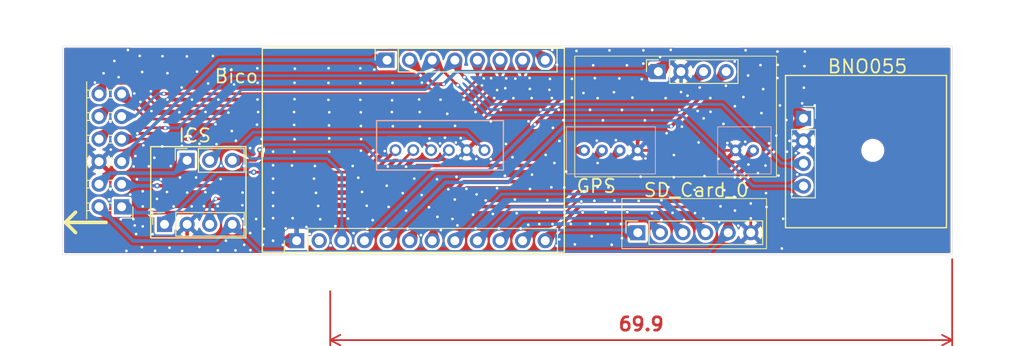
<source format=kicad_pcb>
(kicad_pcb (version 20241229) (generator "pcbnew") (generator_version "9.0")
  (layers (0 "F.Cu" signal) (2 "B.Cu" signal) (13 "F.Paste" user) (15 "B.Paste" user) (5 "F.SilkS" user "F.Silkscreen") (7 "B.SilkS" user "B.Silkscreen") (1 "F.Mask" user) (3 "B.Mask" user) (25 "Edge.Cuts" user))
  (net 0 "")
  (net 1 "/EN_ICS")
  (net 2 "/SDA_SDP_AS1")
  (net 3 "/5V_DC_Rudder")
  (net 4 "/DC_GND")
  (net 5 "/SCL_SDP_AS1")
  (net 6 "/5V_DC_Bico")
  (net 7 "/SIG_ICS")
  (net 8 "/SCL_AS0")
  (net 9 "/5V_DC_Under")
  (net 10 "/RX_ICS")
  (net 11 "/TX_ICS")
  (net 12 "/MISO_SD0")
  (net 13 "/MOSI_SD0")
  (net 14 "/CS_SD0")
  (net 15 "/CLK_SD0")
  (net 16 "/TX_GPS")
  (net 17 "/RX_GPS")
  (net 18 "/TX_ESP")
  (net 19 "/TX_Under")
  (net 20 "/RX_Under")
  (net 21 "/SPK")
  (net 22 "/5V_DC_ICS")
  (net 23 "/SCL_BNO")
  (net 24 "/3V3_BNO")
  (net 26 "/RX_ESP")
  (footprint "Connector_PinSocket_2.54mm:PinSocket_1x04_P2.54mm_Vertical" (layer "F.Cu") (at 108.45 153.07 90)
    (property "Reference" "J6" (hide yes))
    (property "Value" "ICS" (hide yes))
  )
  (footprint "Connector_PinSocket_2.54mm:PinSocket_1x04_P2.54mm_Vertical" (layer "F.Cu") (at 180.265 141.14)
    (property "Reference" "J2" (hide yes))
    (property "Value" "BNO055")
  )
  (footprint "Connector_PinSocket_2.54mm:PinSocket_1x06_P2.54mm_Vertical" (layer "F.Cu") (at 161.64 154.01 90)
    (property "Reference" "J3" (hide yes))
    (property "Value" "SD_0")
  )
  (footprint "Connector_PinHeader_2.54mm:PinHeader_2x06_P2.54mm_Horizontal" (layer "F.Cu") (at 103.63 151.095 180)
    (property "Reference" "J1" (hide yes))
    (property "Value" "Conn_01x12_Socket" (hide yes))
  )
  (footprint "Connector_PinSocket_2.54mm:PinSocket_1x08_P2.54mm_Vertical" (layer "F.Cu") (at 133.45743 134.59 90)
    (property "Reference" "J7" (hide yes))
    (property "Value" "Conn_01x08_Socket" (hide yes))
  )
  (footprint "Connector_PinSocket_2.54mm:PinSocket_1x03_P2.54mm_Vertical" (layer "F.Cu") (at 110.99 145.87 90)
    (property "Reference" "J8" (hide yes))
    (property "Value" "ICS" (hide yes))
  )
  (footprint "Connector_PinHeader_2.54mm:PinHeader_1x12_P2.54mm_Vertical" (layer "F.Cu") (at 123.29743 154.91 90)
    (property "Reference" "J5" (hide yes))
    (property "Value" "Conn_01x12_Socket" (hide yes))
  )
  (footprint "Connector_PinSocket_2.54mm:PinSocket_1x04_P2.54mm_Vertical" (layer "F.Cu") (at 163.95 135.88 90)
    (property "Reference" "J4" (hide yes))
    (property "Value" "GPS")
  )
  (footprint "MountingHole:MountingHole_2.2mm_M2" (layer "F.Cu") (at 188.05 144.745)
    (property "Reference" "REF**" (hide yes))
    (property "Value" "MountingHole_2.2mm_M2" (hide yes))
  )
  (footprint "TORICA_Hardwarelib_self-made:PA_Connector_Post_2Pin" (layer "B.Cu") (at 173.62 144.745)
    (property "Reference" "J9" (hide yes))
    (property "Value" "SPK" (hide yes))
  )
  (footprint "ブレッドボード_3:CONN_B06B-PASK_JST" (layer "B.Cu") (at 144.41 144.721773 180)
    (property "Reference" "J10" (hide yes))
    (property "Value" "XIAO_Rudder")
  )
  (footprint "TORICA_Hardwarelib_self-made:PA_Connector_Pos_4Pin" (layer "B.Cu") (at 158.62 144.745)
    (property "Reference" "J11" (hide yes))
    (property "Value" "XIAO_Under" (hide yes))
  )
  (gr_rect (start 178.245 136.31) (end 196.335 153.45) (stroke (width 0.153)) (fill no) (layer "F.SilkS"))
  (gr_rect (start 154.555 134.14) (end 177.225 147.73) (stroke (width 0.1)) (fill no) (layer "F.SilkS"))
  (gr_rect (start 159.85 150.17) (end 176.11 155.81) (stroke (width 0.1)) (fill no) (layer "F.SilkS"))
  (gr_rect (start 106.9 144.325) (end 117.6 154.595) (stroke (width 0.153)) (fill no) (layer "F.SilkS"))
  (gr_rect (start 119.44 133.236773) (end 153.38 156.206773) (stroke (width 0.153)) (fill no) (layer "F.SilkS"))
  (gr_rect (start 96.975 132.995) (end 196.975 156.495) (stroke (width 0.05)) (fill no) (layer "Edge.Cuts"))
  (gr_text "→" (at 103.57 149.81 180) (layer "F.SilkS") (effects (font (size 6 6) (thickness 0.4)) (justify left bottom)))
  (gr_text "Bico" (at 113.96 137.29 0) (layer "F.SilkS") (effects (font (size 1.5 1.5) (thickness 0.2)) (justify left bottom)))
  (gr_text "ICS" (at 109.89 143.95 0) (layer "F.SilkS") (effects (font (size 1.5 1.5) (thickness 0.2)) (justify left bottom)))
  (gr_text "BNO055" (at 182.86 136.18 0) (layer "F.SilkS") (effects (font (size 1.5 1.5) (thickness 0.2)) (justify left bottom)))
  (gr_text "SD_Card_0" (at 162.19 150.09 0) (layer "F.SilkS") (effects (font (size 1.5 1.5) (thickness 0.2)) (justify left bottom)))
  (gr_text "GPS" (at 154.63 149.64 0) (layer "F.SilkS") (effects (font (size 1.5 1.5) (thickness 0.2)) (justify left bottom)))
  (dimension (type orthogonal) (layer "F.Cu") (pts (xy 196.975 156.495) (xy 127.075 160.1)) (height 9.605) (orientation 0) (format (prefix "") (suffix "") (units 3) (units_format 0) (precision 4) (suppress_zeroes yes)) (style (thickness 0.2) (arrow_length 1.27) (text_position_mode 0) (arrow_direction outward) (extension_height 0.58642) (extension_offset 0.5) (keep_text_aligned yes)) (gr_text "69.9" (at 162.025 164.3 0) (layer "F.Cu") (effects (font (size 1.5 1.5) (thickness 0.3)))))
  (segment (start 118.67 145.87) (end 116.07 145.87) (width 0.3) (layer "F.Cu") (net 1))
  (segment (start 119.16 145.38) (end 118.67 145.87) (width 0.3) (layer "F.Cu") (net 1))
  (segment (start 119.16 144.69) (end 119.16 145.38) (width 0.3) (layer "F.Cu") (net 1))
  (via (at 119.16 144.69) (size 0.6) (drill 0.3) (layers "F.Cu" "B.Cu") (net 1))
  (segment (start 132.61 145.91) (end 139.221773 145.91) (width 0.3) (layer "B.Cu") (net 1))
  (segment (start 139.221773 145.91) (end 140.41 144.721773) (width 0.3) (layer "B.Cu") (net 1))
  (segment (start 130.8 144.1) (end 132.61 145.91) (width 0.3) (layer "B.Cu") (net 1))
  (segment (start 119.16 144.69) (end 119.75 144.1) (width 0.3) (layer "B.Cu") (net 1))
  (segment (start 119.75 144.1) (end 130.8 144.1) (width 0.3) (layer "B.Cu") (net 1))
  (segment (start 141.98 138.37) (end 143.61743 136.73257) (width 0.3) (layer "F.Cu") (net 2))
  (segment (start 143.61743 136.73257) (end 143.61743 134.59) (width 0.3) (layer "F.Cu") (net 2))
  (segment (start 108.37 138.37) (end 141.98 138.37) (width 0.3) (layer "F.Cu") (net 2))
  (via (at 108.37 138.37) (size 0.45) (drill 0.3) (layers "F.Cu" "B.Cu") (net 2))
  (segment (start 107.67 138.37) (end 105.105 140.935) (width 0.3) (layer "B.Cu") (net 2))
  (segment (start 108.37 138.37) (end 107.67 138.37) (width 0.3) (layer "B.Cu") (net 2))
  (segment (start 105.105 140.935) (end 103.63 140.935) (width 0.3) (layer "B.Cu") (net 2))
  (segment (start 130.406773 148.725) (end 134.41 144.721773) (width 0.4) (layer "F.Cu") (net 3))
  (segment (start 134.378227 144.721773) (end 134.41 144.721773) (width 0.4) (layer "F.Cu") (net 3))
  (segment (start 107.625 148.725) (end 130.406773 148.725) (width 0.4) (layer "F.Cu") (net 3))
  (via (at 107.625 148.725) (size 0.6) (drill 0.3) (layers "F.Cu" "B.Cu") (net 3))
  (segment (start 107.625 148.725) (end 103.8 148.725) (width 0.4) (layer "B.Cu") (net 3))
  (segment (start 103.8 148.725) (end 103.63 148.555) (width 0.4) (layer "B.Cu") (net 3))
  (segment (start 161.62 143.68) (end 161.62 144.745) (width 0.4) (layer "F.Cu") (net 4))
  (segment (start 110.6 154.9) (end 111.4 154.9) (width 0.4) (layer "F.Cu") (net 4))
  (segment (start 122.83743 155.37) (end 123.29743 154.91) (width 0.3) (layer "F.Cu") (net 4))
  (segment (start 105.366 147.266) (end 106 147.9) (width 0.4) (layer "F.Cu") (net 4))
  (segment (start 162.297 143.043) (end 162.232 143.043) (width 0.4) (layer "F.Cu") (net 4))
  (segment (start 120.65 146.425) (end 120.65 144.89) (width 0.4) (layer "F.Cu") (net 4))
  (segment (start 162.445 142.895) (end 162.297 143.043) (width 0.4) (layer "F.Cu") (net 4))
  (segment (start 110.6 154.88) (end 110.99 154.49) (width 0.4) (layer "F.Cu") (net 4))
  (segment (start 110.6 154.9) (end 110.6 154.88) (width 0.4) (layer "F.Cu") (net 4))
  (segment (start 119.38 155.37) (end 119.5 155.37) (width 0.3) (layer "F.Cu") (net 4))
  (segment (start 166.5 138.18) (end 166.5 138.84) (width 0.4) (layer "F.Cu") (net 4))
  (segment (start 101.09 146.015) (end 102.341 147.266) (width 0.4) (layer "F.Cu") (net 4))
  (segment (start 122.016 142.895) (end 120.65 144.261) (width 0.4) (layer "F.Cu") (net 4))
  (segment (start 174.34 149.605) (end 180.265 143.68) (width 0.3) (layer "F.Cu") (net 4))
  (segment (start 120.65 144.261) (end 120.65 144.89) (width 0.4) (layer "F.Cu") (net 4))
  (segment (start 166.5 138.84) (end 162.445 142.895) (width 0.4) (layer "F.Cu") (net 4))
  (segment (start 172.62 144.745) (end 161.62 144.745) (width 0.3) (layer "F.Cu") (net 4))
  (segment (start 110.99 154.49) (end 111.41 154.91) (width 0.4) (layer "F.Cu") (net 4))
  (segment (start 174.34 154.01) (end 174.34 152.4) (width 0.3) (layer "F.Cu") (net 4))
  (segment (start 174.34 152.4) (end 174.34 150.72) (width 0.3) (layer "F.Cu") (net 4))
  (segment (start 111.4 154.9) (end 111.41 154.91) (width 0.4) (layer "F.Cu") (net 4))
  (segment (start 106 154.3) (end 106.6 154.9) (width 0.4) (layer "F.Cu") (net 4))
  (segment (start 162.232 143.068) (end 161.62 143.68) (width 0.4) (layer "F.Cu") (net 4))
  (segment (start 120.65 154.91) (end 123.29743 154.91) (width 0.4) (layer "F.Cu") (net 4))
  (segment (start 117.41 155.37) (end 117.42 155.37) (width 0.3) (layer "F.Cu") (net 4))
  (segment (start 162.232 143.043) (end 162.232 143.068) (width 0.4) (layer "F.Cu") (net 4))
  (segment (start 110.99 153.07) (end 110.99 154.49) (width 0.4) (layer "F.Cu") (net 4))
  (segment (start 102.341 147.266) (end 105.366 147.266) (width 0.4) (layer "F.Cu") (net 4))
  (segment (start 174.34 150.72) (end 174.34 149.605) (width 0.3) (layer "F.Cu") (net 4))
  (segment (start 106 147.9) (end 106 154.3) (width 0.4) (layer "F.Cu") (net 4))
  (segment (start 106.6 154.9) (end 110.6 154.9) (width 0.4) (layer "F.Cu") (net 4))
  (segment (start 162.445 142.895) (end 122.016 142.895) (width 0.4) (layer "F.Cu") (net 4))
  (segment (start 115.35 154.91) (end 120.65 154.91) (width 0.4) (layer "F.Cu") (net 4))
  (segment (start 111.41 154.91) (end 115.35 154.91) (width 0.4) (layer "F.Cu") (net 4))
  (via (at 118.97 140.43) (size 0.45) (drill 0.3) (layers "F.Cu" "B.Cu") (net 4))
  (via (at 160.42 135.17) (size 0.45) (drill 0.3) (layers "F.Cu" "B.Cu") (net 4))
  (via (at 157.72 141.37) (size 0.45) (drill 0.3) (layers "F.Cu" "B.Cu") (net 4))
  (via (at 117.41 155.37) (size 0.45) (drill 0.3) (layers "F.Cu" "B.Cu") (net 4))
  (via (at 148.44 140.17) (size 0.45) (drill 0.3) (layers "F.Cu" "B.Cu") (net 4))
  (via (at 118.92 137.14) (size 0.45) (drill 0.3) (layers "F.Cu" "B.Cu") (net 4))
  (via (at 146.03 153.53) (size 0.45) (drill 0.3) (layers "F.Cu" "B.Cu") (net 4))
  (via (at 112.1 135.88) (size 0.45) (drill 0.3) (layers "F.Cu" "B.Cu") (net 4))
  (via (at 111.53 139.03) (size 0.45) (drill 0.3) (layers "F.Cu" "B.Cu") (net 4))
  (via (at 102.22 150.26) (size 0.45) (drill 0.3) (layers "F.Cu" "B.Cu") (net 4))
  (via (at 113.36 137.22) (size 0.45) (drill 0.3) (layers "F.Cu" "B.Cu") (net 4))
  (via (at 145.83 137.96) (size 0.45) (drill 0.3) (layers "F.Cu" "B.Cu") (net 4))
  (via (at 169.14 147.64) (size 0.45) (drill 0.3) (layers "F.Cu" "B.Cu") (net 4))
  (via (at 120.65 152.375) (size 0.45) (drill 0.3) (layers "F.Cu" "B.Cu") (net 4))
  (via (at 156.76 150.42) (size 0.45) (drill 0.3) (layers "F.Cu" "B.Cu") (net 4))
  (via (at 156.28 140.18) (size 0.45) (drill 0.3) (layers "F.Cu" "B.Cu") (net 4))
  (via (at 174.34 150.72) (size 0.45) (drill 0.3) (layers "F.Cu" "B.Cu") (net 4))
  (via (at 149.75 147.475) (size 0.45) (drill 0.3) (layers "F.Cu" "B.Cu") (net 4))
  (via (at 110.19 147.8) (size 0.45) (drill 0.3) (layers "F.Cu" "B.Cu") (net 4))
  (via (at 134.11 142.03) (size 0.45) (drill 0.3) (layers "F.Cu" "B.Cu") (net 4))
  (via (at 148.48 153.53) (size 0.45) (drill 0.3) (layers "F.Cu" "B.Cu") (net 4))
  (via (at 149.71 138.86) (size 0.45) (drill 0.3) (layers "F.Cu" "B.Cu") (net 4))
  (via (at 176.05 149.56) (size 0.45) (drill 0.3) (layers "F.Cu" "B.Cu") (net 4))
  (via (at 147.88 136.67) (size 0.45) (drill 0.3) (layers "F.Cu" "B.Cu") (net 4))
  (via (at 120.65 154.91) (size 0.6) (drill 0.3) (layers "F.Cu" "B.Cu") (net 4))
  (via (at 158.04 151.7) (size 0.45) (drill 0.3) (layers "F.Cu" "B.Cu") (net 4))
  (via (at 159.86 140.19) (size 0.45) (drill 0.3) (layers "F.Cu" "B.Cu") (net 4))
  (via (at 151.77 136.7) (size 0.45) (drill 0.3) (layers "F.Cu" "B.Cu") (net 4))
  (via (at 106.69 146.54) (size 0.45) (drill 0.3) (layers "F.Cu" "B.Cu") (net 4))
  (via (at 105.35 148) (size 0.45) (drill 0.3) (layers "F.Cu" "B.Cu") (net 4))
  (via (at 125.725 151) (size 0.45) (drill 0.3) (layers "F.Cu" "B.Cu") (net 4))
  (via (at 114.825 146.475) (size 0.45) (drill 0.3) (layers "F.Cu" "B.Cu") (net 4))
  (via (at 133.55 146.56) (size 0.45) (drill 0.3) (layers "F.Cu" "B.Cu") (net 4))
  (via (at 143.41 153.52) (size 0.45) (drill 0.3) (layers "F.Cu" "B.Cu") (net 4))
  (via (at 166.84 152.58) (size 0.45) (drill 0.3) (layers "F.Cu" "B.Cu") (net 4))
  (via (at 151.29 145.25) (size 0.45) (drill 0.3) (layers "F.Cu" "B.Cu") (net 4))
  (via (at 141.19 143.86) (size 0.45) (drill 0.3) (layers "F.Cu" "B.Cu") (net 4))
  (via (at 145.35 151.9) (size 0.45) (drill 0.3) (layers "F.Cu" "B.Cu") (net 4))
  (via (at 177.83 155.79) (size 0.45) (drill 0.3) (layers "F.Cu" "B.Cu") (net 4))
  (via (at 177.215 143.085) (size 0.45) (drill 0.3) (layers "F.Cu" "B.Cu") (net 4))
  (via (at 152.75 140.18) (size 0.45) (drill 0.3) (layers "F.Cu" "B.Cu") (net 4))
  (via (at 164.29 152.59) (size 0.45) (drill 0.3) (layers "F.Cu" "B.Cu") (net 4))
  (via (at 180.31 137.69) (size 0.45) (drill 0.3) (layers "F.Cu" "B.Cu") (net 4))
  (via (at 172.49 149.97) (size 0.45) (drill 0.3) (layers "F.Cu" "B.Cu") (net 4))
  (via (at 172.55 139.775) (size 0.45) (drill 0.3) (layers "F.Cu" "B.Cu") (net 4))
  (via (at 114.75 147.975) (size 0.45) (drill 0.3) (layers "F.Cu" "B.Cu") (net 4))
  (via (at 147.56 145.52) (size 0.45) (drill 0.3) (layers "F.Cu" "B.Cu") (net 4))
  (via (at 134.03 139.11) (size 0.45) (drill 0.3) (layers "F.Cu" "B.Cu") (net 4))
  (via (at 170.78 152.81) (size 0.45) (drill 0.3) (layers "F.Cu" "B.Cu") (net 4))
  (via (at 106 153.3) (size 0.45) (drill 0.3) (layers "F.Cu" "B.Cu") (net 4))
  (via (at 139.125 152.225) (size 0.45) (drill 0.3) (layers "F.Cu" "B.Cu") (net 4))
  (via (at 105.91 155.65) (size 0.45) (drill 0.3) (layers "F.Cu" "B.Cu") (net 4))
  (via (at 125.95 152.5) (size 0.45) (drill 0.3) (layers "F.Cu" "B.Cu") (net 4))
  (via (at 116.27 137.33) (size 0.45) (drill 0.3) (layers "F.Cu" "B.Cu") (net 4))
  (via (at 150.58 153.04) (size 0.45) (drill 0.3) (layers "F.Cu" "B.Cu") (net 4))
  (via (at 120.65 144.89) (size 0.6) (drill 0.3) (layers "F.Cu" "B.Cu") (net 4))
  (via (at 133.64 151.11) (size 0.45) (drill 0.3) (layers "F.Cu" "B.Cu") (net 4))
  (via (at 166.31 140.17) (size 0.45) (drill 0.3) (layers "F.Cu" "B.Cu") (net 4))
  (via (at 130.46 135.51) (size 0.45) (drill 0.3) (layers "F.Cu" "B.Cu") (net 4))
  (via (at 138.175 151.15) (size 0.45) (drill 0.3) (layers "F.Cu" "B.Cu") (net 4))
  (via (at 137.07 139.02) (size 0.45) (drill 0.3) (layers "F.Cu" "B.Cu") (net 4))
  (via (at 165.69 147.77) (size 0.45) (drill 0.3) (layers "F.Cu" "B.Cu") (net 4))
  (via (at 126.89 135.5) (size 0.45) (drill 0.3) (layers "F.Cu" "B.Cu") (net 4))
  (via (at 117.42 153.39) (size 0.45) (drill 0.3) (layers "F.Cu" "B.Cu") (net 4))
  (via (at 169.79 138.85) (size 0.45) (drill 0.3) (layers "F.Cu" "B.Cu") (net 4))
  (via (at 123.01 140.43) (size 0.45) (drill 0.3) (layers "F.Cu" "B.Cu") (net 4))
  (via (at 109.15 146.51) (size 0.45) (drill 0.3) (layers "F.Cu" "B.Cu") (net 4))
  (via (at 122.075 153.525) (size 0.45) (drill 0.3) (layers "F.Cu" "B.Cu") (net 4))
  (via (at 108.19 144.3) (size 0.45) (drill 0.3) (layers "F.Cu" "B.Cu") (net 4))
  (via (at 104.17 156.06) (size 0.45) (drill 0.3) (layers "F.Cu" "B.Cu") (net 4))
  (via (at 165.55 151.775) (size 0.45) (drill 0.3) (layers "F.Cu" "B.Cu") (net 4))
  (via (at 149.33 153.12) (size 0.45) (drill 0.3) (layers "F.Cu" "B.Cu") (net 4))
  (via (at 146.25 140.19) (size 0.45) (drill 0.3) (layers "F.Cu" "B.Cu") (net 4))
  (via (at 130.65 149.425) (size 0.45) (drill 0.3) (layers "F.Cu" "B.Cu") (net 4))
  (via (at 143.49 145.72) (size 0.45) (drill 0.3) (layers "F.Cu" "B.Cu") (net 4))
  (via (at 178.41 144.89) (size 0.45) (drill 0.3) (layers "F.Cu" "B.Cu") (net 4))
  (via (at 142.05 139.04) (size 0.45) (drill 0.3) (layers "F.Cu" "B.Cu") (net 4))
  (via (at 156.46 154.41) (size 0.45) (drill 0.3) (layers "F.Cu" "B.Cu") (net 4))
  (via (at 158.34 148.91) (size 0.45) (drill 0.3) (layers "F.Cu" "B.Cu") (net 4))
  (via (at 100.63 137.11) (size 0.45) (drill 0.3) (layers "F.Cu" "B.Cu") (net 4))
  (via (at 120.65 149.5) (size 0.45) (drill 0.3) (layers "F.Cu" "B.Cu") (net 4))
  (via (at 106.98 140.32) (size 0.45) (drill 0.3) (layers "F.Cu" "B.Cu") (net 4))
  (via (at 107.31 145.58) (size 0.45) (drill 0.3) (layers "F.Cu" "B.Cu") (net 4))
  (via (at 140.23 140.63) (size 0.45) (drill 0.3) (layers "F.Cu" "B.Cu") (net 4))
  (via (at 105.06 138.34) (size 0.45) (drill 0.3) (layers "F.Cu" "B.Cu") (net 4))
  (via (at 112.875 151.025) (size 0.45) (drill 0.3) (layers "F.Cu" "B.Cu") (net 4))
  (via (at 109.01 155.7) (size 0.45) (drill 0.3) (layers "F.Cu" "B.Cu") (net 4))
  (via (at 130.225 147.825) (size 0.45) (drill 0.3) (layers "F.Cu" "B.Cu") (net 4))
  (via (at 171.54 137.47) (size 0.45) (drill 0.3) (layers "F.Cu" "B.Cu") (net 4))
  (via (at 144.33 136.64) (size 0.45) (drill 0.3) (layers "F.Cu" "B.Cu") (net 4))
  (via (at 110.38 137.67) (size 0.45) (drill 0.3) (layers "F.Cu" "B.Cu") (net 4))
  (via (at 129.69 154.06) (size 0.45) (drill 0.3) (layers "F.Cu" "B.Cu") (net 4))
  (via (at 165.34 133.44) (size 0.45) (drill 0.3) (layers "F.Cu" "B.Cu") (net 4))
  (via (at 125.35 146.5) (size 0.45) (drill 0.3) (layers "F.Cu" "B.Cu") (net 4))
  (via (at 120.65 146.425) (size 0.6) (drill 0.3) (layers "F.Cu" "B.Cu") (net 4))
  (via (at 137.37 137.12) (size 0.45) (drill 0.3) (layers "F.Cu" "B.Cu") (net 4))
  (via (at 112 147.8) (size 0.45) (drill 0.3) (layers "F.Cu" "B.Cu") (net 4))
  (via (at 139.51 153.71) (size 0.45) (drill 0.3) (layers "F.Cu" "B.Cu") (net 4))
  (via (at 171.364375 149.229692) (size 0.45) (drill 0.3) (layers "F.Cu" "B.Cu") (net 4))
  (via (at 172.94 153.22) (size 0.45) (drill 0.3) (layers "F.Cu" "B.Cu") (net 4))
  (via (at 108.05 148) (size 0.45) (drill 0.3) (layers "F.Cu" "B.Cu") (net 4))
  (via (at 116.47 143.66) (size 0.45) (drill 0.3) (layers "F.Cu" "B.Cu") (net 4))
  (via (at 168.475 143.85) (size 0.45) (drill 0.3) (layers "F.Cu" "B.Cu") (net 4))
  (via (at 177.98 152.44) (size 0.45) (drill 0.3) (layers "F.Cu" "B.Cu") (net 4))
  (via (at 114.3 144.05) (size 0.45) (drill 0.3) (layers "F.Cu" "B.Cu") (net 4))
  (via (at 118.07 144.49) (size 0.6) (drill 0.3) (layers "F.Cu" "B.Cu") (net 4))
  (via (at 147.66 138.87) (size 0.45) (drill 0.3) (layers "F.Cu" "B.Cu") (net 4))
  (via (at 162.26 134.97) (size 0.45) (drill 0.3) (layers "F.Cu" "B.Cu") (net 4))
  (via (at 102.37 141.53) (size 0.45) (drill 0.3) (layers "F.Cu" "B.Cu") (net 4))
  (via (at 103.53 152.49) (size 0.45) (drill 0.3) (layers "F.Cu" "B.Cu") (net 4))
  (via (at 114.425 151.025) (size 0.45) (drill 0.3) (layers "F.Cu" "B.Cu") (net 4))
  (via (at 126.97 140.46) (size 0.45) (drill 0.3) (layers "F.Cu" "B.Cu") (net 4))
  (via (at 151.925 148.9) (size 0.45) (drill 0.3) (layers "F.Cu" "B.Cu") (net 4))
  (via (at 164.15 134.24) (size 0.45) (drill 0.3) (layers "F.Cu" "B.Cu") (net 4))
  (via (at 174.08 146.34) (size 0.45) (drill 0.3) (layers "F.Cu" "B.Cu") (net 4))
  (via (at 159.02 150.4) (size 0.45) (drill 0.3) (layers "F.Cu" "B.Cu") (net 4))
  (via (at 108.22 134.15) (size 0.45) (drill 0.3) (layers "F.Cu" "B.Cu") (net 4))
  (via (at 177.34 133.62) (size 0.45) (drill 0.3) (layers "F.Cu" "B.Cu") (net 4))
  (via (at 147.825 150.275) (size 0.45) (drill 0.3) (layers "F.Cu" "B.Cu") (net 4))
  (via (at 144.13 137.43) (size 0.45) (drill 0.3) (layers "F.Cu" "B.Cu") (net 4))
  (via (at 174.34 152.4) (size 0.45) (drill 0.3) (layers "F.Cu" "B.Cu") (net 4))
  (via (at 139.42 143.96) (size 0.45) (drill 0.3) (layers "F.Cu" "B.Cu") (net 4))
  (via (at 104.95 152.49) (size 0.45) (drill 0.3) (layers "F.Cu" "B.Cu") (net 4))
  (via (at 140.81 152.46) (size 0.45) (drill 0.3) (layers "F.Cu" "B.Cu") (net 4))
  (via (at 125.25 147.925) (size 0.45) (drill 0.3) (layers "F.Cu" "B.Cu") (net 4))
  (via (at 126.94 141.94) (size 0.45) (drill 0.3) (layers "F.Cu" "B.Cu") (net 4))
  (via (at 180.41 133.62) (size 0.45) (drill 0.3) (layers "F.Cu" "B.Cu") (net 4))
  (via (at 110.43 156.06) (size 0.45) (drill 0.3) (layers "F.Cu" "B.Cu") (net 4))
  (via (at 135.22 149.56) (size 0.45) (drill 0.3) (layers "F.Cu" "B.Cu") (net 4))
  (via (at 123.06 143.49) (size 0.45) (drill 0.3) (layers "F.Cu" "B.Cu") (net 4))
  (via (at 141.1 141.98) (size 0.45) (drill 0.3) (layers "F.Cu" "B.Cu") (net 4))
  (via (at 108.725 149.425) (size 0.45) (drill 0.3) (layers "F.Cu" "B.Cu") (net 4))
  (via (at 166.6 142.075) (size 0.45) (drill 0.3) (layers "F.Cu" "B.Cu") (net 4))
  (via (at 164.77 138.87) (size 0.45) (drill 0.3) (layers "F.Cu" "B.Cu") (net 4))
  (via (at 153.41 151.74) (size 0.45) (drill 0.3) (layers "F.Cu" "B.Cu") (net 4))
  (via (at 139.47 139.04) (size 0.45) (drill 0.3) (layers "F.Cu" "B.Cu") (net 4))
  (via (at 171.27 141.77) (size 0.45) (drill 0.3) (layers "F.Cu" "B.Cu") (net 4))
  (via (at 131.175 150.975) (size 0.45) (drill 0.3) (layers "F.Cu" "B.Cu") (net 4))
  (via (at 177.34 136.6) (size 0.45) (drill 0.3) (layers "F.Cu" "B.Cu") (net 4))
  (via (at 123.06 137.14) (size 0.45) (drill 0.3) (layers "F.Cu" "B.Cu") (net 4))
  (via (at 163.23 151.82) (size 0.45) (drill 0.3) (layers "F.Cu" "B.Cu") (net 4))
  (via (at 132.03 135.65) (size 0.45) (drill 0.3) (layers "F.Cu" "B.Cu") (net 4))
  (via (at 145.825 149) (size 0.45) (drill 0.3) (layers "F.Cu" "B.Cu") (net 4))
  (via (at 169.04 141.14) (size 0.45) (drill 0.3) (layers "F.Cu" "B.Cu") (net 4))
  (via (at 117.2 150.925) (size 0.45) (drill 0.3) (layers "F.Cu" "B.Cu") (net 4))
  (via (at 155.3 150.5) (size 0.45) (drill 0.3) (layers "F.Cu" "B.Cu") (net 4))
  (via (at 141.37 153.19) (size 0.45) (drill 0.3) (layers "F.Cu" "B.Cu") (net 4))
  (via (at 160.46 151.69) (size 0.45) (drill 0.3) (layers "F.Cu" "B.Cu") (net 4))
  (via (at 153.59 147.13) (size 0.45) (drill 0.3) (layers "F.Cu" "B.Cu") (net 4))
  (via (at 102.41 144.66) (size 0.45) (drill 0.3) (layers "F.Cu" "B.Cu") (net 4))
  (via (at 133.2 144.825) (size 0.45) (drill 0.3) (layers "F.Cu" "B.Cu") (net 4))
  (via (at 149.36 141.47) (size 0.45) (drill 0.3) (layers "F.Cu" "B.Cu") (net 4))
  (via (at 135.6 151.525) (size 0.45) (drill 0.3) (layers "F.Cu" "B.Cu") (net 4))
  (via (at 168.37 140.31) (size 0.45) (drill 0.3) (layers "F.Cu" "B.Cu") (net 4))
  (via (at 137.15 142.05) (size 0.45) (drill 0.3) (layers "F.Cu" "B.Cu") (net 4))
  (via (at 152.06 153.04) (size 0.45) (drill 0.3) (layers "F.Cu" "B.Cu") (net 4))
  (via (at 110.41 144.25) (size 0.45) (drill 0.3) (layers "F.Cu" "B.Cu") (net 4))
  (via (at 116.01 142.57) (size 0.45) (drill 0.3) (layers "F.Cu" "B.Cu") (net 4))
  (via (at 130.55 143.47) (size 0.45) (drill 0.3) (layers "F.Cu" "B.Cu") (net 4))
  (via (at 151.475 150.35) (size 0.45) (drill 0.3) (layers "F.Cu" "B.Cu") (net 4))
  (via (at 172.56 151.52) (size 0.45) (drill 0.3) (layers "F.Cu" "B.Cu") (net 4))
  (via (at 146.86 136.64) (size 0.45) (drill 0.3) (layers "F.Cu" "B.Cu") (net 4))
  (via (at 154.24 138.8) (size 0.45) (drill 0.3) (layers "F.Cu" "B.Cu") (net 4))
  (via (at 180.37 135.27) (size 0.45) (drill 0.3) (layers "F.Cu" "B.Cu") (net 4))
  (via (at 108.78 139.03) (size 0.45) (drill 0.3) (layers "F.Cu" "B.Cu") (net 4))
  (via (at 157.13 146.17) (size 0.45) (drill 0.3) (layers "F.Cu" "B.Cu") (net 4))
  (via (at 161.04 138.81) (size 0.45) (drill 0.3) (layers "F.Cu" "B.Cu") (net 4))
  (via (at 126.96 143.39) (size 0.45) (drill 0.3) (layers "F.Cu" "B.Cu") (net 4))
  (via (at 181.53 139.68) (size 0.45) (drill 0.3) (layers "F.Cu" "B.Cu") (net 4))
  (via (at 173.51 138.74) (size 0.45) (drill 0.3) (layers "F.Cu" "B.Cu") (net 4))
  (via (at 149.51 137.83) (size 0.45) (drill 0.3) (layers "F.Cu" "B.Cu") (net 4))
  (via (at 154.57 155.33) (size 0.45) (drill 0.3) (layers "F.Cu" "B.Cu") (net 4))
  (via (at 173.9 148.925) (size 0.45) (drill 0.3) (layers "F.Cu" "B.Cu") (net 4))
  (via (at 104.33 133.45) (size 0.45) (drill 0.3) (layers "F.Cu" "B.Cu") (net 4))
  (via (at 166.5 138.18) (size 0.6) (drill 0.3) (layers "F.Cu" "B.Cu") (net 4))
  (via (at 118.9 139.02) (size 0.45) (drill 0.3) (layers "F.Cu" "B.Cu") (net 4))
  (via (at 106.07 144.18) (size 0.45) (drill 0.3) (layers "F.Cu" "B.Cu") (net 4))
  (via (at 152.52 155.47) (size 0.45) (drill 0.3) (layers "F.Cu" "B.Cu") (net 4))
  (via (at 117.225 149.5) (size 0.45) (drill 0.3) (layers "F.Cu" "B.Cu") (net 4))
  (via (at 173.76 133.48) (size 0.45) (drill 0.3) (layers "F.Cu" "B.Cu") (net 4))
  (via (at 141.075 150.275) (size 0.45) (drill 0.3) (layers "F.Cu" "B.Cu") (net 4))
  (via (at 137.13 140.43) (size 0.45) (drill 0.3) (layers "F.Cu" "B.Cu") (net 4))
  (via (at 105.18 145.38) (size 0.45) (drill 0.3) (layers "F.Cu" "B.Cu") (net 4))
  (via (at 113.88 134.12) (size 0.45) (drill 0.3) (layers "F.Cu" "B.Cu") (net 4))
  (via (at 125.475 149.525) (size 0.45) (drill 0.3) (layers "F.Cu" "B.Cu") (net 4))
  (via (at 150.55 151.74) (size 0.45) (drill 0.3) (layers "F.Cu" "B.Cu") (net 4))
  (via (at 105.94 135.92) (size 0.45) (drill 0.3) (layers "F.Cu" "B.Cu") (net 4))
  (via (at 104.6 149.725) (size 0.45) (drill 0.3) (layers "F.Cu" "B.Cu") (net 4))
  (via (at 140.35 149.13) (size 0.45) (drill 0.3) (layers "F.Cu" "B.Cu") (net 4))
  (via (at 112.375 144) (size 0.45) (drill 0.3) (layers "F.Cu" "B.Cu") (net 4))
  (via (at 105.74 139.29) (size 0.45) (drill 0.3) (layers "F.Cu" "B.Cu") (net 4))
  (via (at 151.98 138.85) (size 0.45) (drill 0.3) (layers "F.Cu" "B.Cu") (net 4))
  (via (at 131.225 153.575) (size 0.45) (drill 0.3) (layers "F.Cu" "B.Cu") (net 4))
  (via (at 136.525 147.925) (size 0.45) (drill 0.3) (layers "F.Cu" "B.Cu") (net 4))
  (via (at 103.29 136.51) (size 0.45) (drill 0.3) (layers "F.Cu" "B.Cu") (net 4))
  (via (at 129.075 152.425) (size 0.45) (drill 0.3) (layers "F.Cu" "B.Cu") (net 4))
  (via (at 159.57 136.65) (size 0.45) (drill 0.3) (layers "F.Cu" "B.Cu") (net 4))
  (via (at 141.725 145.625) (size 0.45) (drill 0.3) (layers "F.Cu" "B.Cu") (net 4))
  (via (at 152.82 154.76) (size 0.45) (drill 0.3) (layers "F.Cu" "B.Cu") (net 4))
  (via (at 101.6 136.07) (size 0.45) (drill 0.3) (layers "F.Cu" "B.Cu") (net 4))
  (via (at 133.425 148.725) (size 0.45) (drill 0.3) (layers "F.Cu" "B.Cu") (net 4))
  (via (at 130.52 144.78) (size 0.45) (drill 0.3) (layers "F.Cu" "B.Cu") (net 4))
  (via (at 172.53 134.74) (size 0.45) (drill 0.3) (layers "F.Cu" "B.Cu") (net 4))
  (via (at 107.6 150.2) (size 0.45) (drill 0.3) (layers "F.Cu" "B.Cu") (net 4))
  (via (at 146.82 144.02) (size 0.45) (drill 0.3) (layers "F.Cu" "B.Cu") (net 4))
  (via (at 172.55 147.775) (size 0.45) (drill 0.3) (layers "F.Cu" "B.Cu") (net 4))
  (via (at 135.6 146.59) (size 0.45) (drill 0.3) (layers "F.Cu" "B.Cu") (net 4))
  (via (at 117.375 146.475) (size 0.45) (drill 0.3) (layers "F.Cu" "B.Cu") (net 4))
  (via (at 150.7 140.17) (size 0.45) (drill 0.3) (layers "F.Cu" "B.Cu") (net 4))
  (via (at 152.03 133.44) (size 0.45) (drill 0.3) (layers "F.Cu" "B.Cu") (net 4))
  (via (at 165.7 145.27) (size 0.45) (drill 0.3) (layers "F.Cu" "B.Cu") (net 4))
  (via (at 178.95 149.69) (size 0.45) (drill 0.3) (layers "F.Cu" "B.Cu") (net 4))
  (via (at 104.97 146.56) (size 0.45) (drill 0.3) (layers "F.Cu" "B.Cu") (net 4))
  (via (at 119.625 153.575) (size 0.45) (drill 0.3) (layers "F.Cu" "B.Cu") (net 4))
  (via (at 126.88 137.15) (size 0.45) (drill 0.3) (layers "F.Cu" "B.Cu") (net 4))
  (via (at 141.74 143.37) (size 0.45) (drill 0.3) (layers "F.Cu" "B.Cu") (net 4))
  (via (at 175.99 146.46) (size 0.45) (drill 0.3) (layers "F.Cu" "B.Cu") (net 4))
  (via (at 107.1 154.18) (size 0.45) (drill 0.3) (layers "F.Cu" "B.Cu") (net 4))
  (via (at 162.44 141.37) (size 0.45) (drill 0.3) (layers "F.Cu" "B.Cu") (net 4))
  (via (at 122.85 152.375) (size 0.45) (drill 0.3) (layers "F.Cu" "B.Cu") (net 4))
  (via (at 145.12 141.49) (size 0.45) (drill 0.3) (layers "F.Cu" "B.Cu") (net 4))
  (via (at 159.86 154.63) (size 0.45) (drill 0.3) (layers "F.Cu" "B.Cu") (net 4))
  (via (at 105.4 142.83) (size 0.45) (drill 0.3) (layers "F.Cu" "B.Cu") (net 4))
  (via (at 111 149.5) (size 0.45) (drill 0.3) (layers "F.Cu" "B.Cu") (net 4))
  (via (at 175.43 135.15) (size 0.45) (drill 0.3) (layers "F.Cu" "B.Cu") (net 4))
  (via (at 113.05 149.45) (size 0.45) (drill 0.3) (layers "F.Cu" "B.Cu") (net 4))
  (via (at 159.175 143.6) (size 0.45) (drill 0.3) (layers "F.Cu" "B.Cu") (net 4))
  (via (at 155.53 138.29) (size 0.45) (drill 0.3) (layers "F.Cu" "B.Cu") (net 4))
  (via (at 143.125 151.975) (size 0.45) (drill 0.3) (layers "F.Cu" "B.Cu") (net 4))
  (via (at 102.36 149.15) (size 0.45) (drill 0.3) (layers "F.Cu" "B.Cu") (net 4))
  (via (at 131.85 152.6) (size 0.45) (drill 0.3) (layers "F.Cu" "B.Cu") (net 4))
  (via (at 139.97 143.33) (size 0.45) (drill 0.3) (layers "F.Cu" "B.Cu") (net 4))
  (via (at 142.375 149.075) (size 0.45) (drill 0.3) (layers "F.Cu" "B.Cu") (net 4))
  (via (at 105.66 134.11) (size 0.45) (drill 0.3) (layers "F.Cu" "B.Cu") (net 4))
  (via (at 161.96 147.71) (size 0.45) (drill 0.3) (layers "F.Cu" "B.Cu") (net 4))
  (via (at 122.775 146.45) (size 0.45) (drill 0.3) (layers "F.Cu" "B.Cu") (net 4))
  (via (at 153.29 141.36) (size 0.45) (drill 0.3) (layers "F.Cu" "B.Cu") (net 4))
  (via (at 111.5 151.05) (size 0.45) (drill 0.3) (layers "F.Cu" "B.Cu") (net 4))
  (via (at 158.71 155.37) (size 0.45) (drill 0.3) (layers "F.Cu" "B.Cu") (net 4))
  (via (at 118.84 141.85) (size 0.45) (drill 0.3) (layers "F.Cu" "B.Cu") (net 4))
  (via (at 139.075 148) (size 0.45) (drill 0.3) (layers "F.Cu" "B.Cu") (net 4))
  (via (at 168.03 149.19) (size 0.45) (drill 0.3) (layers "F.Cu" "B.Cu") (net 4))
  (via (at 164.3 150.36) (size 0.45) (drill 0.3) (layers "F.Cu" "B.Cu") (net 4))
  (via (at 157.125 148.875) (size 0.45) (drill 0.3) (layers "F.Cu" "B.Cu") (net 4))
  (via (at 106.91 138.1) (size 0.45) (drill 0.3) (layers "F.Cu" "B.Cu") (net 4))
  (via (at 137.26 154.29) (size 0.45) (drill 0.3) (layers "F.Cu" "B.Cu") (net 4))
  (via (at 118.1 155.975) (size 0.45) (drill 0.3) (layers "F.Cu" "B.Cu") (net 4))
  (via (at 124.4 153.375) (size 0.45) (drill 0.3) (layers "F.Cu" "B.Cu") (net 4))
  (via (at 108.78 136.06) (size 0.45) (drill 0.3) (layers "F.Cu" "B.Cu") (net 4))
  (via (at 152.1 142.21) (size 0.45) (drill 0.3) (layers "F.Cu" "B.Cu") (net 4))
  (via (at 120.65 151) (size 0.45) (drill 0.3) (layers "F.Cu" "B.Cu") (net 4))
  (via (at 130.52 142) (size 0.45) (drill 0.3) (layers "F.Cu" "B.Cu") (net 4))
  (via (at 111.37 142.26) (size 0.45) (drill 0.3) (layers "F.Cu" "B.Cu") (net 4))
  (via (at 123.06 138.99) (size 0.45) (drill 0.3) (layers "F.Cu" "B.Cu") (net 4))
  (via (at 127.65 153.275) (size 0.45) (drill 0.3) (layers "F.Cu" "B.Cu") (net 4))
  (via (at 143.525 149.7) (size 0.45) (drill 0.3) (layers "F.Cu" "B.Cu") (net 4))
  (via (at 110.12 140.45) (size 0.45) (drill 0.3) (layers "F.Cu" "B.Cu") (net 4))
  (via (at 158.96 138.2) (size 0.45) (drill 0.3) (layers "F.Cu" "B.Cu") (net 4))
  (via (at 116.425 156) (size 0.45) (drill 0.3) (layers "F.Cu" "B.Cu") (net 4))
  (via (at 177.62 139.69) (size 0.45) (drill 0.3) (layers "F.Cu" "B.Cu") (net 4))
  (via (at 110.96 134.17) (size 0.45) (drill 0.3) (layers "F.Cu" "B.Cu") (net 4))
  (via (at 118.75 152.475) (size 0.45) (drill 0.3) (layers "F.Cu" "B.Cu") (net 4))
  (via (at 151.71 137.93) (size 0.45) (drill 0.3) (layers "F.Cu" "B.Cu") (net 4))
  (via (at 143.41 140.44) (size 0.45) (drill 0.3) (layers "F.Cu" "B.Cu") (net 4))
  (via (at 156.26 152.99) (size 0.45) (drill 0.3) (layers "F.Cu" "B.Cu") (net 4))
  (via (at 154.75 133.55) (size 0.45) (drill 0.3) (layers "F.Cu" "B.Cu") (net 4))
  (via (at 109.475 151.05) (size 0.45) (drill 0.3) (layers "F.Cu" "B.Cu") (net 4))
  (via (at 174.04 136.32) (size 0.45) (drill 0.3) (layers "F.Cu" "B.Cu") (net 4))
  (via (at 175.74 137.85) (size 0.45) (drill 0.3) (layers "F.Cu" "B.Cu") (net 4))
  (via (at 146.7 147.6) (size 0.45) (drill 0.3) (layers "F.Cu" "B.Cu") (net 4))
  (via (at 148.03 151.82) (size 0.45) (drill 0.3) (layers "F.Cu" "B.Cu") (net 4))
  (via (at 152.83 143.69) (size 0.45) (drill 0.3) (layers "F.Cu" "B.Cu") (net 4))
  (via (at 168.6 137.67) (size 0.45) (drill 0.3) (layers "F.Cu" "B.Cu") (net 4))
  (via (at 126.87 139.06) (size 0.45) (drill 0.3) (layers "F.Cu" "B.Cu") (net 4))
  (via (at 138.23 143.41) (size 0.45) (drill 0.3) (layers "F.Cu" "B.Cu") (net 4))
  (via (at 159.74 153.02) (size 0.45) (drill 0.3) (layers "F.Cu" "B.Cu") (net 4))
  (via (at 178.7 143.68) (size 0.45) (drill 0.3) (layers "F.Cu" "B.Cu") (net 4))
  (via (at 145.12 145.72) (size 0.45) (drill 0.3) (layers "F.Cu" "B.Cu") (net 4))
  (via (at 115.35 154.91) (size 0.45) (drill 0.3) (layers "F.Cu" "B.Cu") (net 4))
  (via (at 149.48 136.6) (size 0.45) (drill 0.3) (layers "F.Cu" "B.Cu") (net 4))
  (via (at 176.4 143.95) (size 0.45) (drill 0.3) (layers "F.Cu" "B.Cu") (net 4))
  (via (at 161.74 150.43) (size 0.45) (drill 0.3) (layers "F.Cu" "B.Cu") (net 4))
  (via (at 123.1 135.55) (size 0.45) (drill 0.3) (layers "F.Cu" "B.Cu") (net 4))
  (via (at 175.15 147.31) (size 0.45) (drill 0.3) (layers "F.Cu" "B.Cu") (net 4))
  (via (at 126.96 144.9) (size 0.45) (drill 0.3) (layers "F.Cu" "B.Cu") (net 4))
  (via (at 154.23 136.69) (size 0.45) (drill 0.3) (layers "F.Cu" "B.Cu") (net 4))
  (via (at 129.6 146.5) (size 0.45) (drill 0.3) (layers "F.Cu" "B.Cu") (net 4))
  (via (at 121.75 155.37) (size 0.45) (drill 0.3) (layers "F.Cu" "B.Cu") (net 4))
  (via (at 115.19 135.55) (size 0.45) (drill 0.3) (layers "F.Cu" "B.Cu") (net 4))
  (via (at 114.5 139.03) (size 0.45) (drill 0.3) (layers "F.Cu" "B.Cu") (net 4))
  (via (at 107.39 156.05) (size 0.45) (drill 0.3) (layers "F.Cu" "B.Cu") (net 4))
  (via (at 164.88 142.82) (size 0.45) (drill 0.3) (layers "F.Cu" "B.Cu") (net 4))
  (via (at 169.01 152.41) (size 0.45) (drill 0.3) (layers "F.Cu" "B.Cu") (net 4))
  (via (at 179.55 147.46) (size 0.45) (drill 0.3) (layers "F.Cu" "B.Cu") (net 4))
  (via (at 130.46 139.06) (size 0.45) (drill 0.3) (layers "F.Cu" "B.Cu") (net 4))
  (via (at 124.77 154.15) (size 0.45) (drill 0.3) (layers "F.Cu" "B.Cu") (net 4))
  (via (at 162.5 145.65) (size 0.45) (drill 0.3) (layers "F.Cu" "B.Cu") (net 4))
  (via (at 178.34 141.33) (size 0.45) (drill 0.3) (layers "F.Cu" "B.Cu") (net 4))
  (via (at 118.08 154.05) (size 0.45) (drill 0.3) (layers "F.Cu" "B.Cu") (net 4))
  (via (at 146.75 137.75) (size 0.45) (drill 0.3) (layers "F.Cu" "B.Cu") (net 4))
  (via (at 157.0275 143.6475) (size 0.45) (drill 0.3) (layers "F.Cu" "B.Cu") (net 4))
  (via (at 167.23 138.59) (size 0.45) (drill 0.3) (layers "F.Cu" "B.Cu") (net 4))
  (via (at 134.08 137.15) (size 0.45) (drill 0.3) (layers "F.Cu" "B.Cu") (net 4))
  (via (at 145.16 136.62) (size 0.45) (drill 0.3) (layers "F.Cu" "B.Cu") (net 4))
  (via (at 134 140.43) (size 0.45) (drill 0.3) (layers "F.Cu" "B.Cu") (net 4))
  (via (at 180.12 139.45) (size 0.45) (drill 0.3) (layers "F.Cu" "B.Cu") (net 4))
  (via (at 114.175 141.8) (size 0.45) (drill 0.3) (layers "F.Cu" "B.Cu") (net 4))
  (via (at 156.81 136.62) (size 0.45) (drill 0.3) (layers "F.Cu" "B.Cu") (net 4))
  (via (at 177.45 147.58) (size 0.45) (drill 0.3) (layers "F.Cu" "B.Cu") (net 4))
  (via (at 174.725 142.125) (size 0.45) (drill 0.3) (layers "F.Cu" "B.Cu") (net 4))
  (via (at 144.55 150.375) (size 0.45) (drill 0.3) (layers "F.Cu" "B.Cu") (net 4))
  (via (at 102.81 134.68) (size 0.45) (drill 0.3) (layers "F.Cu" "B.Cu") (net 4))
  (via (at 162.08 136.73) (size 0.45) (drill 0.3) (layers "F.Cu" "B.Cu") (net 4))
  (via (at 179.41 145.06) (size 0.45) (drill 0.3) (layers "F.Cu" "B.Cu") (net 4))
  (via (at 119.5 155.37) (size 0.45) (drill 0.3) (layers "F.Cu" "B.Cu") (net 4))
  (via (at 158.26 153.04) (size 0.45) (drill 0.3) (layers "F.Cu" "B.Cu") (net 4))
  (via (at 106 149.35) (size 0.45) (drill 0.3) (layers "F.Cu" "B.Cu") (net 4))
  (via (at 105.26 154.16) (size 0.45) (drill 0.3) (layers "F.Cu" "B.Cu") (net 4))
  (via (at 162.27 133.49) (size 0.45) (drill 0.3) (layers "F.Cu" "B.Cu") (net 4))
  (via (at 137.35 149.775) (size 0.45) (drill 0.3) (layers "F.Cu" "B.Cu") (net 4))
  (via (at 156.63 135.17) (size 0.45) (drill 0.3) (layers "F.Cu" "B.Cu") (net 4))
  (via (at 175.54 140.55) (size 0.45) (drill 0.3) (layers "F.Cu" "B.Cu") (net 4))
  (via (at 157.13 138.87) (size 0.45) (drill 0.3) (layers "F.Cu" "B.Cu") (net 4))
  (via (at 168.075 151.8) (size 0.45) (drill 0.3) (layers "F.Cu" "B.Cu") (net 4))
  (via (at 145.51 138.85) (size 0.45) (drill 0.3) (layers "F.Cu" "B.Cu") (net 4))
  (via (at 152.56 135.1) (size 0.45) (drill 0.3) (layers "F.Cu" "B.Cu") (net 4))
  (via (at 130.46 137.18) (size 0.45) (drill 0.3) (layers "F.Cu" "B.Cu") (net 4))
  (via (at 171.71 143.92) (size 0.45) (drill 0.3) (layers "F.Cu" "B.Cu") (net 4))
  (via (at 119.37 143.47) (size 0.45) (drill 0.3) (layers "F.Cu" "B.Cu") (net 4))
  (via (at 149.525 149.085) (size 0.45) (drill 0.3) (layers "F.Cu" "B.Cu") (net 4))
  (via (at 130.51 140.46) (size 0.45) (drill 0.3) (layers "F.Cu" "B.Cu") (net 4))
  (via (at 173.72 143.775) (size 0.45) (drill 0.3) (layers "F.Cu" "B.Cu") (net 4))
  (via (at 135.775 153.55) (size 0.45) (drill 0.3) (layers "F.Cu" "B.Cu") (net 4))
  (via (at 123.02 141.88) (size 0.45) (drill 0.3) (layers "F.Cu" "B.Cu") (net 4))
  (via (at 155.44 151.73) (size 0.45) (drill 0.3) (layers "F.Cu" "B.Cu") (net 4))
  (via (at 112.85 143.1) (size 0.45) (drill 0.3) (layers "F.Cu" "B.Cu") (net 4))
  (via (at 165.07 148.88) (size 0.45) (drill 0.3) (layers "F.Cu" "B.Cu") (net 4))
  (via (at 123.03 144.91) (size 0.45) (drill 0.3) (layers "F.Cu" "B.Cu") (net 4))
  (via (at 158.46 133.49) (size 0.45) (drill 0.3) (layers "F.Cu" "B.Cu") (net 4))
  (via (at 152.27 146.17) (size 0.45) (drill 0.3) (layers "F.Cu" "B.Cu") (net 4))
  (via (at 117.275 152.45) (size 0.45) (drill 0.3) (layers "F.Cu" "B.Cu") (net 4))
  (via (at 120.65 147.925) (size 0.45) (drill 0.3) (layers "F.Cu" "B.Cu") (net 4))
  (via (at 176.11 151.11) (size 0.45) (drill 0.3) (layers "F.Cu" "B.Cu") (net 4))
  (via (at 106 151.05) (size 0.45) (drill 0.3) (layers "F.Cu" "B.Cu") (net 4))
  (via (at 114.45 156) (size 0.45) (drill 0.3) (layers "F.Cu" "B.Cu") (net 4))
  (via (at 113.06 140.42) (size 0.45) (drill 0.3) (layers "F.Cu" "B.Cu") (net 4))
  (via (at 133.34 153.53) (size 0.45) (drill 0.3) (layers "F.Cu" "B.Cu") (net 4))
  (via (at 105.1 153.2) (size 0.45) (drill 0.3) (layers "F.Cu" "B.Cu") (net 4))
  (via (at 127.11 155.44) (size 0.45) (drill 0.3) (layers "F.Cu" "B.Cu") (net 4))
  (via (at 153.38 148.92) (size 0.45) (drill 0.3) (layers "F.Cu" "B.Cu") (net 4))
  (via (at 169.81 140.4) (size 0.45) (drill 0.3) (layers "F.Cu" "B.Cu") (net 4))
  (via (at 112.375 155.625) (size 0.45) (drill 0.3) (layers "F.Cu" "B.Cu") (net 4))
  (via (at 115.63 140.5) (size 0.45) (drill 0.3) (layers "F.Cu" "B.Cu") (net 4))
  (via (at 118.88 135.51) (size 0.45) (drill 0.3) (layers "F.Cu" "B.Cu") (net 4))
  (via (at 177.36 135.12) (size 0.45) (drill 0.3) (layers "F.Cu" "B.Cu") (net 4))
  (via (at 141.27 147.725) (size 0.45) (drill 0.3) (layers "F.Cu" "B.Cu") (net 4))
  (via (at 129.65 155.45) (size 0.45) (drill 0.3) (layers "F.Cu" "B.Cu") (net 4))
  (via (at 154.11 153.04) (size 0.45) (drill 0.3) (layers "F.Cu" "B.Cu") (net 4))
  (via (at 170.94 151.04) (size 0.45) (drill 0.3) (layers "F.Cu" "B.Cu") (net 4))
  (via (at 170.7 145.7) (size 0.45) (drill 0.3) (layers "F.Cu" "B.Cu") (net 4))
  (via (at 163.26 140.19) (size 0.45) (drill 0.3) (layers "F.Cu" "B.Cu") (net 4))
  (segment (start 120.65 147.925) (end 120.65 146.425) (width 0.4) (layer "B.Cu") (net 4))
  (segment (start 177.81 143.68) (end 178.7 143.68) (width 0.3) (layer "B.Cu") (net 4))
  (segment (start 120.65 149.5) (end 120.65 147.925) (width 0.4) (layer "B.Cu") (net 4))
  (segment (start 120.65 154.91) (end 120.65 151) (width 0.4) (layer "B.Cu") (net 4))
  (segment (start 178.7 143.68) (end 180.265 143.68) (width 0.3) (layer "B.Cu") (net 4))
  (segment (start 166.5 138.18) (end 166.5 135.89) (width 0.4) (layer "B.Cu") (net 4))
  (segment (start 171.8 137.67) (end 177.215 143.085) (width 0.3) (layer "B.Cu") (net 4))
  (segment (start 177.215 143.085) (end 177.81 143.68) (width 0.3) (layer "B.Cu") (net 4))
  (segment (start 168.28 137.67) (end 168.6 137.67) (width 0.3) (layer "B.Cu") (net 4))
  (segment (start 120.65 151) (end 120.65 149.5) (width 0.4) (layer "B.Cu") (net 4))
  (segment (start 166.49 135.88) (end 168.28 137.67) (width 0.3) (layer "B.Cu") (net 4))
  (segment (start 168.6 137.67) (end 171.8 137.67) (width 0.3) (layer "B.Cu") (net 4))
  (segment (start 166.5 135.89) (end 166.49 135.88) (width 0.4) (layer "B.Cu") (net 4))
  (segment (start 102.36 139.665) (end 102.36 137.86) (width 0.3) (layer "F.Cu") (net 5))
  (segment (start 146.15743 136.64257) (end 146.15743 134.59) (width 0.3) (layer "F.Cu") (net 5))
  (segment (start 104.984 137.194) (end 107.5 139.71) (width 0.3) (layer "F.Cu") (net 5))
  (segment (start 107.5 139.71) (end 143.09 139.71) (width 0.3) (layer "F.Cu") (net 5))
  (segment (start 103.026 137.194) (end 104.984 137.194) (width 0.3) (layer "F.Cu") (net 5))
  (segment (start 101.09 140.935) (end 102.36 139.665) (width 0.3) (layer "F.Cu") (net 5))
  (segment (start 143.09 139.71) (end 146.15743 136.64257) (width 0.3) (layer "F.Cu") (net 5))
  (segment (start 102.36 137.86) (end 103.026 137.194) (width 0.3) (layer "F.Cu") (net 5))
  (segment (start 103.63 146.015) (end 103.63 145.52) (width 0.4) (layer "B.Cu") (net 6))
  (segment (start 114.56 134.59) (end 133.45743 134.59) (width 0.4) (layer "B.Cu") (net 6))
  (segment (start 103.63 145.52) (end 114.56 134.59) (width 0.4) (layer "B.Cu") (net 6))
  (segment (start 126.72 145.65) (end 118.13 145.65) (width 0.3) (layer "B.Cu") (net 7))
  (segment (start 115.08 144.32) (end 113.53 145.87) (width 0.3) (layer "B.Cu") (net 7))
  (segment (start 128.37743 147.30743) (end 126.72 145.65) (width 0.3) (layer "B.Cu") (net 7))
  (segment (start 118.42 142.7) (end 116.8 144.32) (width 0.3) (layer "B.Cu") (net 7))
  (segment (start 116.17 144.32) (end 115.08 144.32) (width 0.3) (layer "B.Cu") (net 7))
  (segment (start 144.41 144.721773) (end 142.388227 142.7) (width 0.3) (layer "B.Cu") (net 7))
  (segment (start 118.13 145.65) (end 116.8 144.32) (width 0.3) (layer "B.Cu") (net 7))
  (segment (start 142.388227 142.7) (end 118.42 142.7) (width 0.3) (layer "B.Cu") (net 7))
  (segment (start 116.8 144.32) (end 116.218471 144.32) (width 0.3) (layer "B.Cu") (net 7))
  (segment (start 116.218471 144.32) (end 116.17 144.32) (width 0.3) (layer "B.Cu") (net 7))
  (segment (start 128.37743 154.91) (end 128.37743 147.30743) (width 0.3) (layer "B.Cu") (net 7))
  (segment (start 141.07743 135.42243) (end 141.07743 134.59) (width 0.3) (layer "F.Cu") (net 8))
  (segment (start 111.125 143.475) (end 103.63 143.475) (width 0.3) (layer "F.Cu") (net 8))
  (segment (start 142.16 136.505) (end 141.07743 135.42243) (width 0.3) (layer "F.Cu") (net 8))
  (via (at 111.125 143.475) (size 0.45) (drill 0.3) (layers "F.Cu" "B.Cu") (net 8))
  (via (at 142.16 136.505) (size 0.45) (drill 0.3) (layers "F.Cu" "B.Cu") (net 8))
  (segment (start 111.535 143.475) (end 117.1 137.91) (width 0.3) (layer "B.Cu") (net 8))
  (segment (start 171.135 139.56) (end 177.795 146.22) (width 0.3) (layer "B.Cu") (net 8))
  (segment (start 177.795 146.22) (end 180.265 146.22) (width 0.3) (layer "B.Cu") (net 8))
  (segment (start 117.1 137.91) (end 137.75743 137.91) (width 0.3) (layer "B.Cu") (net 8))
  (segment (start 145.215 139.56) (end 171.135 139.56) (width 0.3) (layer "B.Cu") (net 8))
  (segment (start 111.125 143.475) (end 111.535 143.475) (width 0.3) (layer "B.Cu") (net 8))
  (segment (start 142.16 136.505) (end 145.215 139.56) (width 0.3) (layer "B.Cu") (net 8))
  (segment (start 137.75743 137.91) (end 141.07743 134.59) (width 0.3) (layer "B.Cu") (net 8))
  (segment (start 136.825 146.45) (end 151.104702 146.45) (width 0.4) (layer "F.Cu") (net 9))
  (segment (start 131.525 151.75) (end 136.825 146.45) (width 0.4) (layer "F.Cu") (net 9))
  (segment (start 107.045 151.75) (end 131.525 151.75) (width 0.4) (layer "F.Cu") (net 9))
  (segment (start 151.104702 146.45) (end 152.809702 144.745) (width 0.4) (layer "F.Cu") (net 9))
  (segment (start 152.809702 144.745) (end 155.62 144.745) (width 0.4) (layer "F.Cu") (net 9))
  (via (at 107.045 151.75) (size 0.45) (drill 0.3) (layers "F.Cu" "B.Cu") (net 9))
  (segment (start 107.045 151.75) (end 104.285 151.75) (width 0.4) (layer "B.Cu") (net 9))
  (segment (start 104.285 151.75) (end 103.63 151.095) (width 0.4) (layer "B.Cu") (net 9))
  (segment (start 133.475 143.6) (end 137.288227 143.6) (width 0.3) (layer "F.Cu") (net 10))
  (segment (start 118.475 147.2) (end 129.875 147.2) (width 0.3) (layer "F.Cu") (net 10))
  (segment (start 129.875 147.2) (end 133.475 143.6) (width 0.3) (layer "F.Cu") (net 10))
  (segment (start 137.288227 143.6) (end 138.41 144.721773) (width 0.3) (layer "F.Cu") (net 10))
  (via (at 118.475 147.2) (size 0.6) (drill 0.3) (layers "F.Cu" "B.Cu") (net 10))
  (segment (start 114.32 147.2) (end 108.45 153.07) (width 0.3) (layer "B.Cu") (net 10))
  (segment (start 118.475 147.2) (end 114.32 147.2) (width 0.3) (layer "B.Cu") (net 10))
  (segment (start 114.2 150.2) (end 130.931773 150.2) (width 0.3) (layer "F.Cu") (net 11))
  (segment (start 130.931773 150.2) (end 136.41 144.721773) (width 0.3) (layer "F.Cu") (net 11))
  (via (at 114.2 150.2) (size 0.45) (drill 0.3) (layers "F.Cu" "B.Cu") (net 11))
  (segment (start 113.53 153.07) (end 113.53 150.87) (width 0.3) (layer "B.Cu") (net 11))
  (segment (start 113.53 150.87) (end 114.2 150.2) (width 0.3) (layer "B.Cu") (net 11))
  (segment (start 147.44743 151.08) (end 163.79 151.08) (width 0.3) (layer "B.Cu") (net 12))
  (segment (start 143.61743 154.91) (end 147.44743 151.08) (width 0.3) (layer "B.Cu") (net 12))
  (segment (start 163.79 151.08) (end 166.72 154.01) (width 0.3) (layer "B.Cu") (net 12))
  (segment (start 141.07743 154.91) (end 146.32743 149.66) (width 0.3) (layer "B.Cu") (net 13))
  (segment (start 146.32743 149.66) (end 164.91 149.66) (width 0.3) (layer "B.Cu") (net 13))
  (segment (start 164.91 149.66) (end 169.26 154.01) (width 0.3) (layer "B.Cu") (net 13))
  (segment (start 146.15743 154.91) (end 148.68743 152.38) (width 0.3) (layer "B.Cu") (net 14))
  (segment (start 162.55 152.38) (end 164.18 154.01) (width 0.3) (layer "B.Cu") (net 14))
  (segment (start 148.68743 152.38) (end 162.55 152.38) (width 0.3) (layer "B.Cu") (net 14))
  (segment (start 161.339 153.709) (end 149.89843 153.709) (width 0.3) (layer "B.Cu") (net 15))
  (segment (start 161.64 154.01) (end 161.339 153.709) (width 0.3) (layer "B.Cu") (net 15))
  (segment (start 149.89843 153.709) (end 148.69743 154.91) (width 0.3) (layer "B.Cu") (net 15))
  (segment (start 165.41 142.04) (end 171.57 135.88) (width 0.4) (layer "F.Cu") (net 16))
  (via (at 165.41 142.04) (size 0.45) (drill 0.3) (layers "F.Cu" "B.Cu") (net 16))
  (segment (start 165.41 142.04) (end 165.407761 142.042239) (width 0.4) (layer "B.Cu") (net 16))
  (segment (start 153.347761 142.042239) (end 147.04 148.35) (width 0.4) (layer "B.Cu") (net 16))
  (segment (start 140.01743 148.35) (end 133.45743 154.91) (width 0.4) (layer "B.Cu") (net 16))
  (segment (start 165.407761 142.042239) (end 153.347761 142.042239) (width 0.4) (layer "B.Cu") (net 16))
  (segment (start 147.04 148.35) (end 140.01743 148.35) (width 0.4) (layer "B.Cu") (net 16))
  (segment (start 154.43 137.48) (end 167.43 137.48) (width 0.4) (layer "F.Cu") (net 17))
  (segment (start 167.43 137.48) (end 169.03 135.88) (width 0.4) (layer "F.Cu") (net 17))
  (segment (start 150.08 141.83) (end 154.43 137.48) (width 0.4) (layer "F.Cu") (net 17))
  (via (at 150.08 141.83) (size 0.45) (drill 0.3) (layers "F.Cu" "B.Cu") (net 17))
  (segment (start 144.89 147.02) (end 138.80743 147.02) (width 0.4) (layer "B.Cu") (net 17))
  (segment (start 150.08 141.83) (end 144.89 147.02) (width 0.4) (layer "B.Cu") (net 17))
  (segment (start 138.80743 147.02) (end 130.91743 154.91) (width 0.4) (layer "B.Cu") (net 17))
  (segment (start 105.361 133.389) (end 150.03643 133.389) (width 0.3) (layer "F.Cu") (net 18))
  (segment (start 101.09 138.395) (end 101.09 137.66) (width 0.3) (layer "F.Cu") (net 18))
  (segment (start 150.03643 133.389) (end 151.23743 134.59) (width 0.3) (layer "F.Cu") (net 18))
  (segment (start 101.09 137.66) (end 105.361 133.389) (width 0.3) (layer "F.Cu") (net 18))
  (segment (start 154.091 148.274) (end 142.091298 148.274) (width 0.4) (layer "F.Cu") (net 19))
  (segment (start 135.99743 154.367868) (end 135.99743 154.91) (width 0.4) (layer "F.Cu") (net 19))
  (segment (start 157.62 144.745) (end 154.091 148.274) (width 0.4) (layer "F.Cu") (net 19))
  (segment (start 142.091298 148.274) (end 135.99743 154.367868) (width 0.4) (layer "F.Cu") (net 19))
  (segment (start 138.53743 154.91) (end 138.53743 153.707919) (width 0.4) (layer "F.Cu") (net 20))
  (segment (start 138.53743 153.707919) (end 141.170349 151.075) (width 0.4) (layer "F.Cu") (net 20))
  (segment (start 153.29 151.075) (end 159.62 144.745) (width 0.4) (layer "F.Cu") (net 20))
  (segment (start 141.170349 151.075) (end 153.29 151.075) (width 0.4) (layer "F.Cu") (net 20))
  (segment (start 168.2485 151.114) (end 174.6175 144.745) (width 0.3) (layer "F.Cu") (net 21))
  (segment (start 155.03343 151.114) (end 151.23743 154.91) (width 0.4) (layer "F.Cu") (net 21))
  (segment (start 174.6175 144.745) (end 174.62 144.745) (width 0.3) (layer "F.Cu") (net 21))
  (segment (start 155.03343 151.114) (end 168.2485 151.114) (width 0.3) (layer "F.Cu") (net 21))
  (segment (start 102.341 147.304) (end 109.556 147.304) (width 0.4) (layer "B.Cu") (net 22))
  (segment (start 109.556 147.304) (end 110.99 145.87) (width 0.4) (layer "B.Cu") (net 22))
  (segment (start 101.09 148.555) (end 102.341 147.304) (width 0.4) (layer "B.Cu") (net 22))
  (segment (start 141.35743 137.41) (end 138.53743 134.59) (width 0.3) (layer "F.Cu") (net 23))
  (segment (start 141.41 137.41) (end 141.35743 137.41) (width 0.3) (layer "F.Cu") (net 23))
  (segment (start 102.355 142.21) (end 101.09 143.475) (width 0.3) (layer "F.Cu") (net 23))
  (segment (start 108.54 142.21) (end 102.355 142.21) (width 0.3) (layer "F.Cu") (net 23))
  (via (at 141.41 137.41) (size 0.45) (drill 0.3) (layers "F.Cu" "B.Cu") (net 23))
  (via (at 108.54 142.21) (size 0.45) (drill 0.3) (layers "F.Cu" "B.Cu") (net 23))
  (segment (start 109.98 142.21) (end 115.85 136.34) (width 0.3) (layer "B.Cu") (net 23))
  (segment (start 108.54 142.21) (end 109.98 142.21) (width 0.3) (layer "B.Cu") (net 23))
  (segment (start 174.594753 148.76) (end 180.265 148.76) (width 0.3) (layer "B.Cu") (net 23))
  (segment (start 141.41 137.41) (end 144.78 140.78) (width 0.3) (layer "B.Cu") (net 23))
  (segment (start 166.614753 140.78) (end 174.594753 148.76) (width 0.3) (layer "B.Cu") (net 23))
  (segment (start 115.85 136.34) (end 136.78743 136.34) (width 0.3) (layer "B.Cu") (net 23))
  (segment (start 144.78 140.78) (end 166.614753 140.78) (width 0.3) (layer "B.Cu") (net 23))
  (segment (start 136.78743 136.34) (end 138.53743 134.59) (width 0.3) (layer "B.Cu") (net 23))
  (segment (start 138.69743 137.29) (end 135.99743 134.59) (width 0.4) (layer "F.Cu") (net 24))
  (segment (start 172.955 133.83) (end 166 133.83) (width 0.4) (layer "F.Cu") (net 24))
  (segment (start 166 133.83) (end 163.95 135.88) (width 0.4) (layer "F.Cu") (net 24))
  (segment (start 180.265 141.14) (end 172.955 133.83) (width 0.4) (layer "F.Cu") (net 24))
  (segment (start 171.8 149.605) (end 180.265 141.14) (width 0.3) (layer "F.Cu") (net 24))
  (segment (start 139.83 137.29) (end 138.69743 137.29) (width 0.4) (layer "F.Cu") (net 24))
  (segment (start 171.8 154.01) (end 171.8 149.605) (width 0.3) (layer "F.Cu") (net 24))
  (via (at 139.83 137.29) (size 0.45) (drill 0.3) (layers "F.Cu" "B.Cu") (net 24))
  (segment (start 114.2 154.94) (end 116.07 153.07) (width 0.4) (layer "B.Cu") (net 24))
  (segment (start 101.09 151.095) (end 104.935 154.94) (width 0.4) (layer "B.Cu") (net 24))
  (segment (start 104.935 154.94) (end 114.2 154.94) (width 0.4) (layer "B.Cu") (net 24))
  (segment (start 171.8 154.01) (end 169.699 156.111) (width 0.3) (layer "B.Cu") (net 24))
  (segment (start 139.83 137.29) (end 141.24 135.88) (width 0.4) (layer "B.Cu") (net 24))
  (segment (start 119.111 156.111) (end 116.07 153.07) (width 0.3) (layer "B.Cu") (net 24))
  (segment (start 169.699 156.111) (end 119.111 156.111) (width 0.3) (layer "B.Cu") (net 24))
  (segment (start 141.24 135.88) (end 163.95 135.88) (width 0.4) (layer "B.Cu") (net 24))
  (segment (start 148.69743 136.82257) (end 144.296 141.224) (width 0.3) (layer "F.Cu") (net 26))
  (segment (start 103.63 138.395) (end 106.459 141.224) (width 0.3) (layer "F.Cu") (net 26))
  (segment (start 148.69743 134.59) (end 148.69743 136.82257) (width 0.3) (layer "F.Cu") (net 26))
  (segment (start 106.459 141.224) (end 144.296 141.224) (width 0.3) (layer "F.Cu") (net 26))
  (zone (net 0) (net_name "") (layer "F.Cu") (connect_pads (clearance 0)) (min_thickness 0.25)
    (keepout (tracks allowed) (vias allowed) (pads allowed) (copperpour not_allowed) (footprints allowed))
    (fill (thermal_gap 0.5) (thermal_bridge_width 0.5))
    (polygon (pts (xy 112.2 152.025) (xy 112.775 152.1) (xy 112.775 152.725) (xy 111.975 152.925) (xy 111.8 152.325)))
  )
  (zone (net 0) (net_name "") (layer "F.Cu") (connect_pads (clearance 0)) (min_thickness 0.25)
    (keepout (tracks allowed) (vias allowed) (pads allowed) (copperpour not_allowed) (footprints allowed))
    (fill (thermal_gap 0.5) (thermal_bridge_width 0.5))
    (polygon (pts (xy 141.93 133.6) (xy 143.1 133.65) (xy 143.562867 137.14) (xy 141.31 138.02) (xy 141.85 133.64)))
  )
  (zone (net 0) (net_name "") (layer "F.Cu") (connect_pads (clearance 0)) (min_thickness 0.25)
    (keepout (tracks allowed) (vias allowed) (pads allowed) (copperpour not_allowed) (footprints allowed))
    (fill (thermal_gap 0.5) (thermal_bridge_width 0.5))
    (polygon (pts (xy 103.088785 138.416956) (xy 104.934157 138.495818) (xy 104.517785 140.151625) (xy 102.468785 140.09) (xy 103.008785 138.456956)))
  )
  (zone (net 0) (net_name "") (layer "F.Cu") (connect_pads (clearance 0)) (min_thickness 0.25)
    (keepout (tracks allowed) (vias allowed) (pads allowed) (copperpour not_allowed) (footprints allowed))
    (fill (thermal_gap 0.5) (thermal_bridge_width 0.5))
    (polygon (pts (xy 104.568785 139.826956) (xy 105.738785 139.876956) (xy 106.498443 141.968045) (xy 103.830899 142.023361) (xy 104.488785 139.866956)))
  )
  (zone (net 0) (net_name "") (layer "F.Cu") (connect_pads (clearance 0)) (min_thickness 0.25)
    (keepout (tracks allowed) (vias allowed) (pads allowed) (copperpour not_allowed) (footprints allowed))
    (fill (thermal_gap 0.5) (thermal_bridge_width 0.5))
    (polygon (pts (xy 135.045306 144.089819) (xy 135.420306 143.770412) (xy 135.895306 144.089819) (xy 135.420306 144.720412)))
  )
  (zone (net 0) (net_name "") (layer "F.Cu") (connect_pads (clearance 0)) (min_thickness 0.25)
    (keepout (tracks allowed) (vias allowed) (pads allowed) (copperpour not_allowed) (footprints allowed))
    (fill (thermal_gap 0.5) (thermal_bridge_width 0.5))
    (polygon (pts (xy 138.67 135.19) (xy 140.456536 135.266347) (xy 139.982108 137.15303) (xy 137.824052 136.387177) (xy 137.573999 135.737999)))
  )
  (zone (net 0) (net_name "") (layer "F.Cu") (connect_pads (clearance 0)) (min_thickness 0.25)
    (keepout (tracks allowed) (vias allowed) (pads allowed) (copperpour not_allowed) (footprints allowed))
    (fill (thermal_gap 0.5) (thermal_bridge_width 0.5))
    (polygon (pts (xy 139.48 133.5) (xy 140.812156 133.55693) (xy 141.863192 137.232648) (xy 138.86 135.31) (xy 139.4 133.54)))
  )
  (zone (net 0) (net_name "") (layer "F.Cu") (connect_pads (clearance 0)) (min_thickness 0.25)
    (keepout (tracks allowed) (vias allowed) (pads allowed) (copperpour not_allowed) (footprints allowed))
    (fill (thermal_gap 0.5) (thermal_bridge_width 0.5))
    (polygon (pts (xy 137.06 133.62) (xy 138.23 133.67) (xy 137.8 135.38) (xy 136.44 135.43) (xy 136.98 133.66)))
  )
  (zone (net 0) (net_name "") (layer "F.Cu") (connect_pads (clearance 0)) (min_thickness 0.25)
    (keepout (tracks allowed) (vias allowed) (pads allowed) (copperpour not_allowed) (footprints allowed))
    (fill (thermal_gap 0.5) (thermal_bridge_width 0.5))
    (polygon (pts (xy 140.21 136.65) (xy 141.38 136.7) (xy 140.95 138.41) (xy 139.59 138.46) (xy 140.13 136.69)))
  )
  (zone (net 4) (net_name "/DC_GND") (layers "F.Cu" "B.Cu") (connect_pads (clearance 0.3)) (min_thickness 0.2) (fill yes (thermal_gap 0.5) (thermal_bridge_width 0.5) (island_removal_mode 1) (island_area_min 10))
    (polygon (pts (xy 92.47 128.5) (xy 203.69 127.82) (xy 205.05 160.9) (xy 89.96 159.84)))
  )
  (zone (net 0) (net_name "") (layer "B.Cu") (connect_pads (clearance 0)) (min_thickness 0.25)
    (keepout (tracks allowed) (vias allowed) (pads allowed) (copperpour not_allowed) (footprints allowed))
    (fill (thermal_gap 0.5) (thermal_bridge_width 0.5))
    (polygon (pts (xy 135.45 144.86) (xy 135.85 145.19) (xy 135.58 145.66) (xy 135.03 145.55) (xy 135.14 145.03) (xy 135.45 144.85)))
  )
  (zone (net 0) (net_name "") (layer "B.Cu") (connect_pads (clearance 0)) (min_thickness 0.25)
    (keepout (tracks allowed) (vias allowed) (pads allowed) (copperpour not_allowed) (footprints allowed))
    (fill (thermal_gap 0.5) (thermal_bridge_width 0.5))
    (polygon (pts (xy 144.688785 153.936956) (xy 145.858785 153.986956) (xy 145.428785 155.696956) (xy 144.068785 155.746956) (xy 144.608785 153.976956)))
  )
  (zone (net 0) (net_name "") (layer "B.Cu") (connect_pads (clearance 0)) (min_thickness 0.25)
    (keepout (tracks allowed) (vias allowed) (pads allowed) (copperpour not_allowed) (footprints allowed))
    (fill (thermal_gap 0.5) (thermal_bridge_width 0.5))
    (polygon (pts (xy 141.408785 135.186956) (xy 142.578785 135.236956) (xy 142.148785 136.946956) (xy 140.788785 136.996956) (xy 141.328785 135.226956)))
  )
  (zone (net 0) (net_name "") (layer "B.Cu") (connect_pads (clearance 0)) (min_thickness 0.25)
    (keepout (tracks allowed) (vias allowed) (pads allowed) (copperpour not_allowed) (footprints allowed))
    (fill (thermal_gap 0.5) (thermal_bridge_width 0.5))
    (polygon (pts (xy 132.048785 154.026956) (xy 133.218785 154.076956) (xy 132.788785 155.786956) (xy 131.428785 155.836956) (xy 131.968785 154.066956)))
  )
  (zone (net 0) (net_name "") (layer "B.Cu") (connect_pads (clearance 0)) (min_thickness 0.25)
    (keepout (tracks allowed) (vias allowed) (pads allowed) (copperpour not_allowed) (footprints allowed))
    (fill (thermal_gap 0.5) (thermal_bridge_width 0.5))
    (polygon (pts (xy 134.368785 154.006956) (xy 135.538785 154.056956) (xy 135.108785 155.766956) (xy 133.748785 155.816956) (xy 134.288785 154.046956)))
  )
  (zone (net 0) (net_name "") (layer "B.Cu") (connect_pads (clearance 0)) (min_thickness 0.25)
    (keepout (tracks allowed) (vias allowed) (pads allowed) (copperpour not_allowed) (footprints allowed))
    (fill (thermal_gap 0.5) (thermal_bridge_width 0.5))
    (polygon (pts (xy 137.39 144.82) (xy 137.91 145.2) (xy 137.45 145.61) (xy 136.93 145.44) (xy 137.42 144.8)))
  )
  (zone (net 0) (net_name "") (layer "B.Cu") (connect_pads (clearance 0)) (min_thickness 0.25)
    (keepout (tracks allowed) (vias allowed) (pads allowed) (copperpour not_allowed) (footprints allowed))
    (fill (thermal_gap 0.5) (thermal_bridge_width 0.5))
    (polygon (pts (xy 102.186923 146.068716) (xy 103.356923 146.118716) (xy 103.166119 146.877496) (xy 101.857704 146.9256) (xy 102.106923 146.108716)))
  )
  (zone (net 0) (net_name "") (layer "B.Cu") (connect_pads (clearance 0)) (min_thickness 0.25)
    (keepout (tracks allowed) (vias allowed) (pads allowed) (copperpour not_allowed) (footprints allowed))
    (fill (thermal_gap 0.5) (thermal_bridge_width 0.5))
    (polygon (pts (xy 142.068785 153.946956) (xy 143.238785 153.996956) (xy 142.808785 155.706956) (xy 141.448785 155.756956) (xy 141.988785 153.986956)))
  )
  (zone (net 0) (net_name "") (layer "B.Cu") (connect_pads (clearance 0)) (min_thickness 0.25)
    (keepout (tracks allowed) (vias allowed) (pads allowed) (copperpour not_allowed) (footprints allowed))
    (fill (thermal_gap 0.5) (thermal_bridge_width 0.5))
    (polygon (pts (xy 147.298785 153.916956) (xy 148.468785 153.966956) (xy 148.038785 155.676956) (xy 146.678785 155.726956) (xy 147.218785 153.956956)))
  )
  (zone (net 0) (net_name "") (layer "B.Cu") (connect_pads (clearance 0)) (min_thickness 0.25)
    (keepout (tracks allowed) (vias allowed) (pads allowed) (copperpour not_allowed) (footprints allowed))
    (fill (thermal_gap 0.5) (thermal_bridge_width 0.5))
    (polygon (pts (xy 136.048785 135.416956) (xy 137.218785 135.466956) (xy 137.091694 135.972364) (xy 135.79702 136.019963) (xy 135.968785 135.456956)))
  )
  (zone (net 0) (net_name "") (layer "B.Cu") (connect_pads (clearance 0)) (min_thickness 0.25)
    (keepout (tracks allowed) (vias allowed) (pads allowed) (copperpour not_allowed) (footprints allowed))
    (fill (thermal_gap 0.5) (thermal_bridge_width 0.5))
    (polygon (pts (xy 149.75 153.92) (xy 150.92 153.97) (xy 150.49 155.68) (xy 149.13 155.73) (xy 149.67 153.96)))
  )
)
</source>
